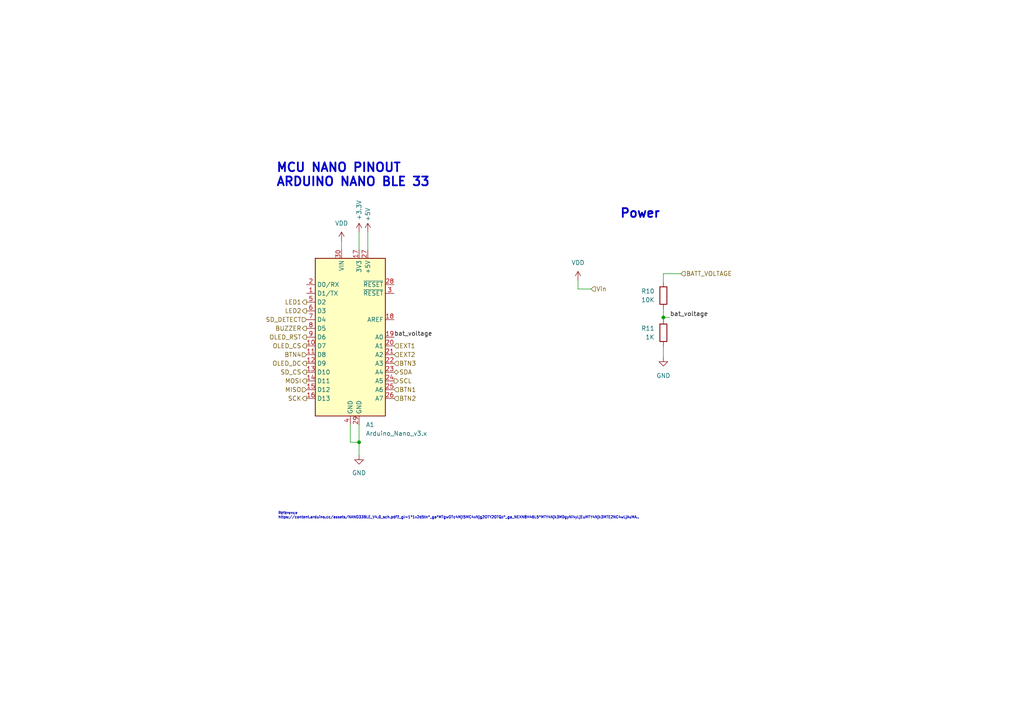
<source format=kicad_sch>
(kicad_sch (version 20230121) (generator eeschema)
  (paper "A4")
  (lib_symbols
    (symbol "Device:R" (pin_numbers hide) (pin_names (offset 0))
      (property "Reference" "R" (at 2.032 0 90))
      (property "Value" "R" (at 0 0 90))
      (symbol "R_0_1"
        (rectangle (start -1.016 -2.54) (end 1.016 2.54) (stroke (width 0.254)))
      )
      (symbol "R_1_1"
        (pin passive line (at 0 3.81 270) (length 1.27) (name "~") (number "1"))
        (pin passive line (at 0 -3.81 90) (length 1.27) (name "~") (number "2"))
      )
    )
    (symbol "MCU_Module:Arduino_Nano_v3.x"
      (property "Reference" "A" (at -10.16 23.495 0))
      (property "Value" "Arduino_Nano_v3.x" (at 5.08 -24.13 0))
      (symbol "Arduino_Nano_v3.x_0_1"
        (rectangle (start -10.16 22.86) (end 10.16 -22.86) (stroke (width 0.254)) (fill (type background)))
      )
      (symbol "Arduino_Nano_v3.x_1_1"
        (pin bidirectional line (at -12.7 12.7 0) (length 2.54) (name "D1/TX") (number "1"))
        (pin bidirectional line (at -12.7 -2.54 0) (length 2.54) (name "D7") (number "10"))
        (pin bidirectional line (at -12.7 -5.08 0) (length 2.54) (name "D8") (number "11"))
        (pin bidirectional line (at -12.7 -7.62 0) (length 2.54) (name "D9") (number "12"))
        (pin bidirectional line (at -12.7 -10.16 0) (length 2.54) (name "D10") (number "13"))
        (pin bidirectional line (at -12.7 -12.7 0) (length 2.54) (name "D11") (number "14"))
        (pin bidirectional line (at -12.7 -15.24 0) (length 2.54) (name "D12") (number "15"))
        (pin bidirectional line (at -12.7 -17.78 0) (length 2.54) (name "D13") (number "16"))
        (pin power_out line (at 2.54 25.4 270) (length 2.54) (name "3V3") (number "17"))
        (pin input line (at 12.7 5.08 180) (length 2.54) (name "AREF") (number "18"))
        (pin bidirectional line (at 12.7 0 180) (length 2.54) (name "A0") (number "19"))
        (pin bidirectional line (at -12.7 15.24 0) (length 2.54) (name "D0/RX") (number "2"))
        (pin bidirectional line (at 12.7 -2.54 180) (length 2.54) (name "A1") (number "20"))
        (pin bidirectional line (at 12.7 -5.08 180) (length 2.54) (name "A2") (number "21"))
        (pin bidirectional line (at 12.7 -7.62 180) (length 2.54) (name "A3") (number "22"))
        (pin bidirectional line (at 12.7 -10.16 180) (length 2.54) (name "A4") (number "23"))
        (pin bidirectional line (at 12.7 -12.7 180) (length 2.54) (name "A5") (number "24"))
        (pin bidirectional line (at 12.7 -15.24 180) (length 2.54) (name "A6") (number "25"))
        (pin bidirectional line (at 12.7 -17.78 180) (length 2.54) (name "A7") (number "26"))
        (pin power_out line (at 5.08 25.4 270) (length 2.54) (name "+5V") (number "27"))
        (pin input line (at 12.7 15.24 180) (length 2.54) (name "~{RESET}") (number "28"))
        (pin power_in line (at 2.54 -25.4 90) (length 2.54) (name "GND") (number "29"))
        (pin input line (at 12.7 12.7 180) (length 2.54) (name "~{RESET}") (number "3"))
        (pin power_in line (at -2.54 25.4 270) (length 2.54) (name "VIN") (number "30"))
        (pin power_in line (at 0 -25.4 90) (length 2.54) (name "GND") (number "4"))
        (pin bidirectional line (at -12.7 10.16 0) (length 2.54) (name "D2") (number "5"))
        (pin bidirectional line (at -12.7 7.62 0) (length 2.54) (name "D3") (number "6"))
        (pin bidirectional line (at -12.7 5.08 0) (length 2.54) (name "D4") (number "7"))
        (pin bidirectional line (at -12.7 2.54 0) (length 2.54) (name "D5") (number "8"))
        (pin bidirectional line (at -12.7 0 0) (length 2.54) (name "D6") (number "9"))
      )
    )
    (symbol "power:+3.3V" (power) (pin_names (offset 0))
      (property "Value" "+3.3V" (at 0 3.556 0))
      (symbol "+3.3V_0_1"
        (polyline (pts (xy -0.762 1.27) (xy 0 2.54)))
        (polyline (pts (xy 0 0) (xy 0 2.54)))
        (polyline (pts (xy 0 2.54) (xy 0.762 1.27)))
      )
      (symbol "+3.3V_1_1"
        (pin power_in line (at 0 0 90) (length 0) hide (name "+3.3V") (number "1"))
      )
    )
    (symbol "power:+5V" (power) (pin_names (offset 0))
      (property "Value" "+5V" (at 0 3.556 0))
      (symbol "+5V_0_1"
        (polyline (pts (xy -0.762 1.27) (xy 0 2.54)))
        (polyline (pts (xy 0 0) (xy 0 2.54)))
        (polyline (pts (xy 0 2.54) (xy 0.762 1.27)))
      )
      (symbol "+5V_1_1"
        (pin power_in line (at 0 0 90) (length 0) hide (name "+5V") (number "1"))
      )
    )
    (symbol "power:GND" (power) (pin_names (offset 0))
      (property "Value" "GND" (at 0 -3.81 0))
      (symbol "GND_0_1"
        (polyline (pts (xy 0 0) (xy 0 -1.27) (xy 1.27 -1.27) (xy 0 -2.54) (xy -1.27 -1.27) (xy 0 -1.27)))
      )
      (symbol "GND_1_1"
        (pin power_in line (at 0 0 270) (length 0) hide (name "GND") (number "1"))
      )
    )
    (symbol "power:VDD" (power) (pin_names (offset 0))
      (property "Value" "VDD" (at 0 3.81 0))
      (symbol "VDD_0_1"
        (polyline (pts (xy -0.762 1.27) (xy 0 2.54)))
        (polyline (pts (xy 0 0) (xy 0 2.54)))
        (polyline (pts (xy 0 2.54) (xy 0.762 1.27)))
      )
      (symbol "VDD_1_1"
        (pin power_in line (at 0 0 90) (length 0) hide (name "VDD") (number "1"))
      )
    )
  )
  (junction (at 192.405 92.075))
  (junction (at 104.14 128.27))
  (wire (pts (xy 167.64 81.28) (xy 167.64 83.82)))
  (wire (pts (xy 197.485 79.375) (xy 192.405 79.375)))
  (wire (pts (xy 104.14 67.31) (xy 104.14 72.39)))
  (wire (pts (xy 104.14 128.27) (xy 104.14 132.08)))
  (wire (pts (xy 106.68 67.31) (xy 106.68 72.39)))
  (wire (pts (xy 99.06 69.85) (xy 99.06 72.39)))
  (wire (pts (xy 101.6 123.19) (xy 101.6 128.27)))
  (wire (pts (xy 101.6 128.27) (xy 104.14 128.27)))
  (wire (pts (xy 104.14 123.19) (xy 104.14 128.27)))
  (wire (pts (xy 192.405 79.375) (xy 192.405 81.915)))
  (wire (pts (xy 167.64 83.82) (xy 171.45 83.82)))
  (wire (pts (xy 192.405 92.075) (xy 192.405 92.71)))
  (wire (pts (xy 192.405 89.535) (xy 192.405 92.075)))
  (wire (pts (xy 192.405 92.075) (xy 194.31 92.075)))
  (wire (pts (xy 192.405 100.33) (xy 192.405 103.632)))
  (text "MCU NANO PINOUT\nARDUINO NANO BLE 33\n\n" (at 80.01 58.42 0) (effects (font (size 2.54 2.54) (thickness 0.508) bold) (justify left bottom)))
  (text "Référence\nhttps://content.arduino.cc/assets/NANO33BLE_V4.0_sch.pdf?_gl=1*1v2d5tn*_ga*MTgwOTc4MjI5MC4xNjg2OTY2OTQz*_ga_NEXN8H46L5*MTY4Njk3MDgyNi4yLjEuMTY4Njk3MTE2NC4wLjAuMA.." (at 80.645 150.622 0) (effects (font (size 0.75 0.75)) (justify left bottom)))
  (text "Power" (at 179.705 63.5 0) (effects (font (size 2.54 2.54) (thickness 0.508) bold) (justify left bottom)))
  (label "bat_voltage" (at 114.3 97.79 0))
  (label "bat_voltage" (at 194.31 92.075 0))
  (hierarchical_label "BTN1" (shape input) (at 114.3 113.03 0))
  (hierarchical_label "SDA" (shape bidirectional) (at 114.3 107.95 0))
  (hierarchical_label "BTN4" (shape input) (at 88.9 102.87 180))
  (hierarchical_label "Vin" (shape input) (at 171.45 83.82 0))
  (hierarchical_label "SCL" (shape output) (at 114.3 110.49 0))
  (hierarchical_label "SD_DETECT" (shape input) (at 88.9 92.71 180))
  (hierarchical_label "OLED_CS" (shape output) (at 88.9 100.33 180))
  (hierarchical_label "SCK" (shape output) (at 88.9 115.57 180))
  (hierarchical_label "MISO" (shape input) (at 88.9 113.03 180))
  (hierarchical_label "BTN2" (shape input) (at 114.3 115.57 0))
  (hierarchical_label "BATT_VOLTAGE" (shape input) (at 197.485 79.375 0))
  (hierarchical_label "EXT1" (shape input) (at 114.3 100.33 0))
  (hierarchical_label "SD_CS" (shape output) (at 88.9 107.95 180))
  (hierarchical_label "MOSI" (shape output) (at 88.9 110.49 180))
  (hierarchical_label "OLED_DC" (shape output) (at 88.9 105.41 180))
  (hierarchical_label "EXT2" (shape input) (at 114.3 102.87 0))
  (hierarchical_label "BTN3" (shape input) (at 114.3 105.41 0))
  (hierarchical_label "BUZZER" (shape output) (at 88.9 95.25 180))
  (hierarchical_label "LED2" (shape output) (at 88.9 90.17 180))
  (hierarchical_label "LED1" (shape output) (at 88.9 87.63 180))
  (hierarchical_label "OLED_RST" (shape output) (at 88.9 97.79 180))
  (symbol (lib_id "Device:R") (at 192.405 96.52 0) (mirror y) (unit 1)
    (property "Reference" "R11" (at 189.865 95.25 0) (effects (justify left)))
    (property "Value" "1K" (at 189.865 97.79 0) (effects (justify left)))
    (property "Footprint" "Resistor_SMD:R_0603_1608Metric" (effects hide))
  )
  (symbol (lib_id "power:GND") (at 192.405 103.632 0) (mirror y) (unit 1)
    (property "Reference" "#PWR034" (effects hide))
    (property "Value" "GND" (at 192.405 108.966 0))
    (instances (project "Ceinture Respiration" (path "" (reference "#PWR034") (unit 1)) (path "" (reference "#PWR09") (unit 1))))
  )
  (symbol (lib_id "MCU_Module:Arduino_Nano_v3.x") (at 101.6 97.79 0) (unit 1)
    (property "Reference" "A1" (at 106.0959 123.19 0) (effects (justify left)))
    (property "Value" "Arduino_Nano_v3.x" (at 106.0959 125.73 0) (effects (justify left)))
    (property "Footprint" "Module:Arduino_Nano" (effects hide))
    (property "Datasheet" "http://www.mouser.com/pdfdocs/Gravitech_Arduino_Nano3_0.pdf" (effects hide))
  )
  (symbol (lib_id "power:+5V") (at 106.68 67.31 0) (unit 1)
    (property "Reference" "#PWR09" (effects hide))
    (property "Value" "+5V" (at 106.68 62.23 90))
    (instances (project "Ceinture Respiration" (path "" (reference "#PWR09") (unit 1)) (path "" (reference "#PWR034") (unit 1))))
  )
  (symbol (lib_id "power:GND") (at 104.14 132.08 0) (unit 1)
    (property "Reference" "#PWR011" (effects hide))
    (property "Value" "GND" (at 104.14 137.16 0))
    (instances (project "Ceinture Respiration" (path "" (reference "#PWR011") (unit 1)) (path "" (reference "#PWR024") (unit 1))))
  )
  (symbol (lib_id "power:VDD") (at 167.64 81.28 0) (unit 1)
    (property "Reference" "#PWR05" (effects hide))
    (property "Value" "VDD" (at 167.64 76.2 0))
    (instances (project "Ceinture Respiration" (path "" (reference "#PWR05") (unit 1)) (path "" (reference "#PWR07") (unit 1))))
  )
  (symbol (lib_id "power:+3.3V") (at 104.14 67.31 0) (unit 1)
    (property "Reference" "#PWR010" (effects hide))
    (property "Value" "+3.3V" (at 104.14 60.96 90))
    (instances (project "Ceinture Respiration" (path "" (reference "#PWR010") (unit 1)) (path "" (reference "#PWR011") (unit 1))))
  )
  (symbol (lib_id "Device:R") (at 192.405 85.725 0) (mirror y) (unit 1)
    (property "Reference" "R10" (at 189.865 84.455 0) (effects (justify left)))
    (property "Value" "10K" (at 189.865 86.995 0) (effects (justify left)))
    (property "Footprint" "Resistor_SMD:R_0603_1608Metric" (effects hide))
  )
  (symbol (lib_id "power:VDD") (at 99.06 69.85 0) (unit 1)
    (property "Reference" "#PWR05" (effects hide))
    (property "Value" "VDD" (at 99.06 64.77 0))
    (instances (project "Ceinture Respiration" (path "" (reference "#PWR05") (unit 1)) (path "" (reference "#PWR010") (unit 1))))
  )
)
</source>
